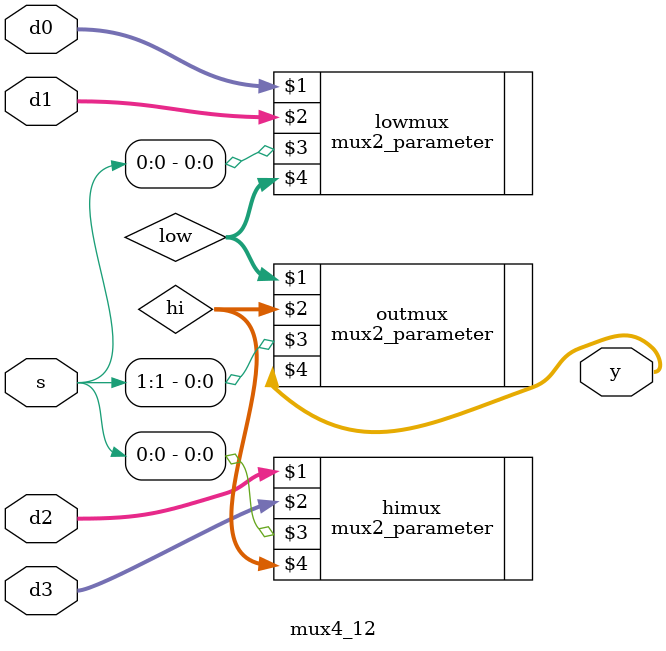
<source format=sv>
module mux4_12(
	input logic [11:0] d0, d1, d2, d3,
	input logic [1:0] s,
	output logic [11:0] y
);
	logic [11:0] low, hi;
	mux2_parameter #(12) lowmux(d0, d1, s[0], low);
	mux2_parameter #(12) himux(d2, d3, s[0], hi);
	mux2_parameter #(12) outmux(low, hi, s[1], y);
endmodule

</source>
